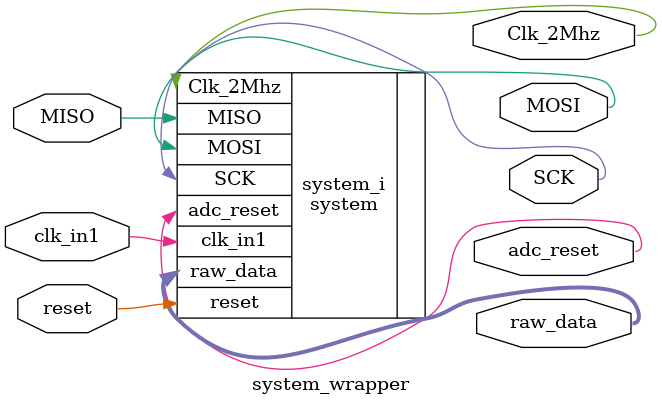
<source format=v>
`timescale 1 ps / 1 ps

module system_wrapper
   (Clk_2Mhz,
    MISO,
    MOSI,
    SCK,
    adc_reset,
    clk_in1,
    raw_data,
    reset);
  output Clk_2Mhz;
  input MISO;
  output MOSI;
  output SCK;
  output adc_reset;
  input clk_in1;
  output [15:0]raw_data;
  input reset;

  wire Clk_2Mhz;
  wire MISO;
  wire MOSI;
  wire SCK;
  wire adc_reset;
  wire clk_in1;
  wire [15:0]raw_data;
  wire reset;

  system system_i
       (.Clk_2Mhz(Clk_2Mhz),
        .MISO(MISO),
        .MOSI(MOSI),
        .SCK(SCK),
        .adc_reset(adc_reset),
        .clk_in1(clk_in1),
        .raw_data(raw_data),
        .reset(reset));
endmodule

</source>
